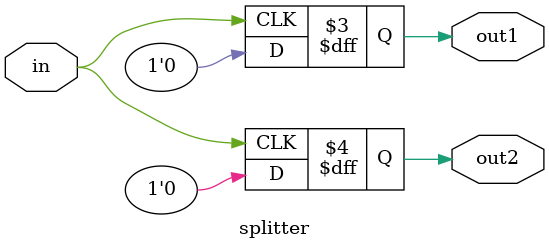
<source format=v>
module splitter (in, out1, out2);

input
	in;

output
	out1, out2;
reg 
	out1, out2;

parameter
	delay	= 10;

initial 
	begin
		out1 = 0;
		out2 = 0;
	end

always @(posedge in) 	// Execute at positive edge of in
	begin
	  out1 <= #delay in;
	  out1 <= #(delay+2) 0;
	  out2 <= #delay in;
	  out2 <= #(delay+2) 0;
	end

endmodule

</source>
